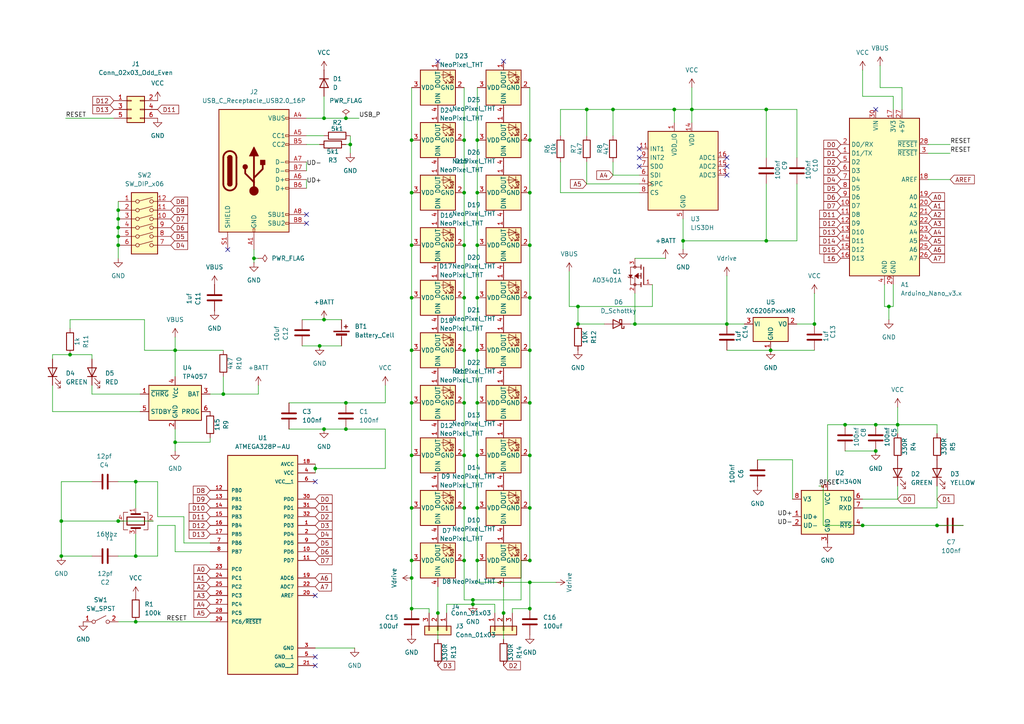
<source format=kicad_sch>
(kicad_sch (version 20250114) (generator "eeschema") (generator_version "9.0")
  (paper "A4")
  (junction (at 222.25 31.75))
  (junction (at 20.32 102.87))
  (junction (at 127 177.8))
  (junction (at 210.82 93.98))
  (junction (at 73.66 74.93))
  (junction (at 100.33 116.84))
  (junction (at 177.8 31.75))
  (junction (at 101.6 41.91))
  (junction (at 134.62 101.6))
  (junction (at 34.29 151.13))
  (junction (at 137.16 173.99))
  (junction (at 39.37 180.34))
  (junction (at 119.38 55.88))
  (junction (at 34.29 71.12))
  (junction (at 134.62 71.12))
  (junction (at 91.44 135.89))
  (junction (at 153.67 168.91))
  (junction (at 134.62 86.36))
  (junction (at 134.62 147.32))
  (junction (at 153.67 162.56))
  (junction (at 195.58 31.75))
  (junction (at 153.67 116.84))
  (junction (at 271.78 152.4))
  (junction (at 138.43 147.32))
  (junction (at 119.38 132.08))
  (junction (at 119.38 116.84))
  (junction (at 119.38 101.6))
  (junction (at 260.35 123.19))
  (junction (at 17.78 151.13))
  (junction (at 119.38 162.56))
  (junction (at 134.62 40.64))
  (junction (at 153.67 176.53))
  (junction (at 50.8 101.6))
  (junction (at 250.19 152.4))
  (junction (at 153.67 132.08))
  (junction (at 200.66 31.75))
  (junction (at 236.22 93.98))
  (junction (at 93.98 34.29))
  (junction (at 153.67 71.12))
  (junction (at 138.43 101.6))
  (junction (at 153.67 40.64))
  (junction (at 39.37 161.29))
  (junction (at 254 130.81))
  (junction (at 254 123.19))
  (junction (at 138.43 71.12))
  (junction (at 134.62 132.08))
  (junction (at 34.29 63.5))
  (junction (at 153.67 147.32))
  (junction (at 119.38 71.12))
  (junction (at 134.62 116.84))
  (junction (at 138.43 40.64))
  (junction (at 167.64 93.98))
  (junction (at 146.05 177.8))
  (junction (at 119.38 167.64))
  (junction (at 138.43 132.08))
  (junction (at 64.77 114.3))
  (junction (at 100.33 34.29))
  (junction (at 39.37 139.7))
  (junction (at 138.43 162.56))
  (junction (at 170.18 31.75))
  (junction (at 198.12 69.85))
  (junction (at 50.8 128.27))
  (junction (at 138.43 116.84))
  (junction (at 184.15 93.98))
  (junction (at 34.29 66.04))
  (junction (at 223.52 101.6))
  (junction (at 119.38 40.64))
  (junction (at 17.78 161.29))
  (junction (at 153.67 55.88))
  (junction (at 153.67 101.6))
  (junction (at 245.11 123.19))
  (junction (at 137.16 175.26))
  (junction (at 138.43 55.88))
  (junction (at 153.67 86.36))
  (junction (at 93.98 92.71))
  (junction (at 92.71 100.33))
  (junction (at 100.33 124.46))
  (junction (at 34.29 68.58))
  (junction (at 34.29 60.96))
  (junction (at 138.43 86.36))
  (junction (at 134.62 162.56))
  (junction (at 167.64 88.9))
  (junction (at 119.38 147.32))
  (junction (at 119.38 176.53))
  (junction (at 119.38 86.36))
  (junction (at 134.62 55.88))
  (junction (at 222.25 69.85))
  (junction (at 257.81 88.9))
  (junction (at 93.98 124.46))
  (no_connect (at 185.42 43.18))
  (no_connect (at 210.82 48.26))
  (no_connect (at 66.04 72.39))
  (no_connect (at 88.9 62.23))
  (no_connect (at 127 17.78))
  (no_connect (at 91.44 190.5))
  (no_connect (at 185.42 48.26))
  (no_connect (at 210.82 50.8))
  (no_connect (at 254 31.75))
  (no_connect (at 91.44 139.7))
  (no_connect (at 91.44 193.04))
  (no_connect (at 88.9 64.77))
  (no_connect (at 146.05 17.78))
  (no_connect (at 91.44 172.72))
  (no_connect (at 185.42 45.72))
  (no_connect (at 210.82 45.72))
  (wire (pts (xy 17.78 161.29) (xy 26.67 161.29)))
  (wire (pts (xy 119.38 55.88) (xy 119.38 71.12)))
  (wire (pts (xy 153.67 168.91) (xy 138.43 168.91)))
  (wire (pts (xy 257.81 88.9) (xy 259.08 88.9)))
  (wire (pts (xy 167.64 88.9) (xy 165.1 88.9)))
  (wire (pts (xy 93.98 92.71) (xy 99.06 92.71)))
  (wire (pts (xy 45.72 152.4) (xy 45.72 161.29)))
  (wire (pts (xy 210.82 80.01) (xy 210.82 93.98)))
  (wire (pts (xy 91.44 135.89) (xy 91.44 137.16)))
  (wire (pts (xy 256.54 82.55) (xy 256.54 88.9)))
  (wire (pts (xy 73.66 72.39) (xy 73.66 74.93)))
  (wire (pts (xy 26.67 104.14) (xy 26.67 102.87)))
  (wire (pts (xy 146.05 177.8) (xy 146.05 185.42)))
  (wire (pts (xy 219.71 133.35) (xy 229.87 133.35)))
  (wire (pts (xy 195.58 35.56) (xy 195.58 31.75)))
  (wire (pts (xy 34.29 63.5) (xy 34.29 66.04)))
  (wire (pts (xy 119.38 25.4) (xy 119.38 40.64)))
  (wire (pts (xy 200.66 31.75) (xy 200.66 35.56)))
  (wire (pts (xy 93.98 124.46) (xy 100.33 124.46)))
  (wire (pts (xy 255.27 25.4) (xy 261.62 25.4)))
  (wire (pts (xy 39.37 161.29) (xy 34.29 161.29)))
  (wire (pts (xy 170.18 31.75) (xy 170.18 39.37)))
  (wire (pts (xy 271.78 123.19) (xy 271.78 125.73)))
  (wire (pts (xy 20.32 102.87) (xy 15.24 102.87)))
  (wire (pts (xy 138.43 132.08) (xy 138.43 147.32)))
  (wire (pts (xy 138.43 25.4) (xy 138.43 40.64)))
  (wire (pts (xy 229.87 144.78) (xy 229.87 133.35)))
  (wire (pts (xy 271.78 140.97) (xy 271.78 147.32)))
  (wire (pts (xy 153.67 71.12) (xy 153.67 86.36)))
  (wire (pts (xy 87.63 92.71) (xy 93.98 92.71)))
  (wire (pts (xy 134.62 101.6) (xy 134.62 116.84)))
  (wire (pts (xy 93.98 34.29) (xy 100.33 34.29)))
  (wire (pts (xy 119.38 167.64) (xy 119.38 176.53)))
  (wire (pts (xy 119.38 116.84) (xy 119.38 132.08)))
  (wire (pts (xy 238.76 140.97) (xy 237.49 140.97)))
  (wire (pts (xy 15.24 119.38) (xy 40.64 119.38)))
  (wire (pts (xy 223.52 101.6) (xy 236.22 101.6)))
  (wire (pts (xy 15.24 102.87) (xy 15.24 104.14)))
  (wire (pts (xy 269.24 52.07) (xy 275.59 52.07)))
  (wire (pts (xy 50.8 128.27) (xy 50.8 130.81)))
  (wire (pts (xy 138.43 40.64) (xy 138.43 55.88)))
  (wire (pts (xy 91.44 134.62) (xy 91.44 135.89)))
  (wire (pts (xy 153.67 168.91) (xy 153.67 176.53)))
  (wire (pts (xy 34.29 180.34) (xy 39.37 180.34)))
  (wire (pts (xy 153.67 132.08) (xy 153.67 147.32)))
  (wire (pts (xy 124.46 177.8) (xy 124.46 176.53)))
  (wire (pts (xy 87.63 100.33) (xy 92.71 100.33)))
  (wire (pts (xy 45.72 152.4) (xy 50.8 152.4)))
  (wire (pts (xy 177.8 31.75) (xy 170.18 31.75)))
  (wire (pts (xy 151.13 162.56) (xy 151.13 173.99)))
  (wire (pts (xy 119.38 101.6) (xy 119.38 116.84)))
  (wire (pts (xy 134.62 147.32) (xy 134.62 162.56)))
  (wire (pts (xy 50.8 97.79) (xy 50.8 101.6)))
  (wire (pts (xy 34.29 139.7) (xy 39.37 139.7)))
  (wire (pts (xy 45.72 149.86) (xy 53.34 149.86)))
  (wire (pts (xy 34.29 71.12) (xy 34.29 74.93)))
  (wire (pts (xy 153.67 40.64) (xy 153.67 55.88)))
  (wire (pts (xy 34.29 60.96) (xy 34.29 63.5)))
  (wire (pts (xy 170.18 46.99) (xy 170.18 53.34)))
  (wire (pts (xy 73.66 74.93) (xy 73.66 76.2)))
  (wire (pts (xy 195.58 31.75) (xy 177.8 31.75)))
  (wire (pts (xy 162.56 55.88) (xy 185.42 55.88)))
  (wire (pts (xy 222.25 53.34) (xy 222.25 69.85)))
  (wire (pts (xy 162.56 46.99) (xy 162.56 55.88)))
  (wire (pts (xy 34.29 151.13) (xy 17.78 151.13)))
  (wire (pts (xy 44.45 151.13) (xy 34.29 151.13)))
  (wire (pts (xy 153.67 86.36) (xy 153.67 101.6)))
  (wire (pts (xy 127 177.8) (xy 127 185.42)))
  (wire (pts (xy 60.96 128.27) (xy 50.8 128.27)))
  (wire (pts (xy 153.67 55.88) (xy 153.67 71.12)))
  (wire (pts (xy 259.08 88.9) (xy 259.08 82.55)))
  (wire (pts (xy 39.37 139.7) (xy 45.72 139.7)))
  (wire (pts (xy 245.11 130.81) (xy 254 130.81)))
  (wire (pts (xy 19.05 34.29) (xy 33.02 34.29)))
  (wire (pts (xy 26.67 139.7) (xy 17.78 139.7)))
  (wire (pts (xy 53.34 149.86) (xy 53.34 157.48)))
  (wire (pts (xy 92.71 100.33) (xy 99.06 100.33)))
  (wire (pts (xy 129.54 177.8) (xy 129.54 175.26)))
  (wire (pts (xy 119.38 167.64) (xy 119.38 162.56)))
  (wire (pts (xy 50.8 101.6) (xy 64.77 101.6)))
  (wire (pts (xy 250.19 147.32) (xy 271.78 147.32)))
  (wire (pts (xy 34.29 68.58) (xy 34.29 71.12)))
  (wire (pts (xy 20.32 92.71) (xy 41.91 92.71)))
  (wire (pts (xy 167.64 93.98) (xy 167.64 88.9)))
  (wire (pts (xy 231.14 93.98) (xy 236.22 93.98)))
  (wire (pts (xy 222.25 31.75) (xy 231.14 31.75)))
  (wire (pts (xy 88.9 34.29) (xy 93.98 34.29)))
  (wire (pts (xy 119.38 132.08) (xy 119.38 147.32)))
  (wire (pts (xy 64.77 109.22) (xy 64.77 114.3)))
  (wire (pts (xy 101.6 39.37) (xy 101.6 41.91)))
  (wire (pts (xy 134.62 55.88) (xy 134.62 71.12)))
  (wire (pts (xy 153.67 116.84) (xy 153.67 132.08)))
  (wire (pts (xy 261.62 31.75) (xy 261.62 25.4)))
  (wire (pts (xy 134.62 162.56) (xy 134.62 173.99)))
  (wire (pts (xy 64.77 114.3) (xy 74.93 114.3)))
  (wire (pts (xy 83.82 116.84) (xy 100.33 116.84)))
  (wire (pts (xy 182.88 93.98) (xy 184.15 93.98)))
  (wire (pts (xy 148.59 176.53) (xy 153.67 176.53)))
  (wire (pts (xy 45.72 139.7) (xy 45.72 149.86)))
  (wire (pts (xy 41.91 92.71) (xy 41.91 101.6)))
  (wire (pts (xy 146.05 170.18) (xy 146.05 177.8)))
  (wire (pts (xy 269.24 44.45) (xy 275.59 44.45)))
  (wire (pts (xy 119.38 86.36) (xy 119.38 101.6)))
  (wire (pts (xy 83.82 124.46) (xy 93.98 124.46)))
  (wire (pts (xy 236.22 85.09) (xy 236.22 93.98)))
  (wire (pts (xy 148.59 177.8) (xy 148.59 176.53)))
  (wire (pts (xy 177.8 50.8) (xy 177.8 46.99)))
  (wire (pts (xy 134.62 116.84) (xy 134.62 132.08)))
  (wire (pts (xy 153.67 147.32) (xy 153.67 162.56)))
  (wire (pts (xy 39.37 180.34) (xy 60.96 180.34)))
  (wire (pts (xy 269.24 41.91) (xy 275.59 41.91)))
  (wire (pts (xy 200.66 31.75) (xy 222.25 31.75)))
  (wire (pts (xy 34.29 66.04) (xy 34.29 68.58)))
  (wire (pts (xy 91.44 187.96) (xy 102.87 187.96)))
  (wire (pts (xy 153.67 101.6) (xy 153.67 116.84)))
  (wire (pts (xy 50.8 124.46) (xy 50.8 128.27)))
  (wire (pts (xy 198.12 69.85) (xy 198.12 72.39)))
  (wire (pts (xy 167.64 88.9) (xy 189.23 88.9)))
  (wire (pts (xy 177.8 31.75) (xy 177.8 39.37)))
  (wire (pts (xy 74.93 111.76) (xy 74.93 114.3)))
  (wire (pts (xy 184.15 85.09) (xy 184.15 93.98)))
  (wire (pts (xy 34.29 58.42) (xy 34.29 60.96)))
  (wire (pts (xy 119.38 176.53) (xy 124.46 176.53)))
  (wire (pts (xy 240.03 139.7) (xy 240.03 123.19)))
  (wire (pts (xy 260.35 118.11) (xy 260.35 123.19)))
  (wire (pts (xy 134.62 71.12) (xy 134.62 86.36)))
  (wire (pts (xy 26.67 102.87) (xy 20.32 102.87)))
  (wire (pts (xy 60.96 114.3) (xy 64.77 114.3)))
  (wire (pts (xy 88.9 52.07) (xy 88.9 54.61)))
  (wire (pts (xy 119.38 147.32) (xy 119.38 162.56)))
  (wire (pts (xy 198.12 69.85) (xy 222.25 69.85)))
  (wire (pts (xy 175.26 93.98) (xy 167.64 93.98)))
  (wire (pts (xy 184.15 74.93) (xy 193.04 74.93)))
  (wire (pts (xy 129.54 175.26) (xy 137.16 175.26)))
  (wire (pts (xy 162.56 31.75) (xy 162.56 39.37)))
  (wire (pts (xy 255.27 19.05) (xy 255.27 25.4)))
  (wire (pts (xy 73.66 74.93) (xy 74.93 74.93)))
  (wire (pts (xy 91.44 135.89) (xy 111.76 135.89)))
  (wire (pts (xy 184.15 93.98) (xy 210.82 93.98)))
  (wire (pts (xy 100.33 116.84) (xy 111.76 116.84)))
  (wire (pts (xy 41.91 101.6) (xy 50.8 101.6)))
  (wire (pts (xy 138.43 71.12) (xy 138.43 86.36)))
  (wire (pts (xy 161.29 168.91) (xy 153.67 168.91)))
  (wire (pts (xy 39.37 147.32) (xy 39.37 139.7)))
  (wire (pts (xy 138.43 147.32) (xy 138.43 162.56)))
  (wire (pts (xy 45.72 161.29) (xy 39.37 161.29)))
  (wire (pts (xy 119.38 71.12) (xy 119.38 86.36)))
  (wire (pts (xy 138.43 116.84) (xy 138.43 132.08)))
  (wire (pts (xy 260.35 123.19) (xy 254 123.19)))
  (wire (pts (xy 153.67 25.4) (xy 153.67 40.64)))
  (wire (pts (xy 100.33 41.91) (xy 101.6 41.91)))
  (wire (pts (xy 165.1 78.74) (xy 165.1 88.9)))
  (wire (pts (xy 138.43 168.91) (xy 138.43 162.56)))
  (wire (pts (xy 245.11 123.19) (xy 254 123.19)))
  (wire (pts (xy 170.18 31.75) (xy 162.56 31.75)))
  (wire (pts (xy 138.43 86.36) (xy 138.43 101.6)))
  (wire (pts (xy 111.76 135.89) (xy 111.76 124.46)))
  (wire (pts (xy 198.12 63.5) (xy 198.12 69.85)))
  (wire (pts (xy 39.37 161.29) (xy 39.37 154.94)))
  (wire (pts (xy 100.33 124.46) (xy 111.76 124.46)))
  (wire (pts (xy 93.98 27.94) (xy 93.98 34.29)))
  (wire (pts (xy 210.82 93.98) (xy 215.9 93.98)))
  (wire (pts (xy 50.8 152.4) (xy 50.8 160.02)))
  (wire (pts (xy 259.08 31.75) (xy 259.08 27.94)))
  (wire (pts (xy 210.82 101.6) (xy 223.52 101.6)))
  (wire (pts (xy 17.78 151.13) (xy 17.78 161.29)))
  (wire (pts (xy 200.66 25.4) (xy 200.66 31.75)))
  (wire (pts (xy 231.14 69.85) (xy 222.25 69.85)))
  (wire (pts (xy 20.32 95.25) (xy 20.32 92.71)))
  (wire (pts (xy 256.54 88.9) (xy 257.81 88.9)))
  (wire (pts (xy 127 170.18) (xy 127 177.8)))
  (wire (pts (xy 134.62 173.99) (xy 137.16 173.99)))
  (wire (pts (xy 151.13 173.99) (xy 137.16 173.99)))
  (wire (pts (xy 88.9 41.91) (xy 92.71 41.91)))
  (wire (pts (xy 88.9 46.99) (xy 88.9 49.53)))
  (wire (pts (xy 260.35 144.78) (xy 250.19 144.78)))
  (wire (pts (xy 257.81 88.9) (xy 257.81 92.71)))
  (wire (pts (xy 222.25 31.75) (xy 222.25 45.72)))
  (wire (pts (xy 15.24 111.76) (xy 15.24 119.38)))
  (wire (pts (xy 170.18 53.34) (xy 185.42 53.34)))
  (wire (pts (xy 138.43 101.6) (xy 138.43 116.84)))
  (wire (pts (xy 153.67 162.56) (xy 151.13 162.56)))
  (wire (pts (xy 231.14 53.34) (xy 231.14 69.85)))
  (wire (pts (xy 134.62 25.4) (xy 134.62 40.64)))
  (wire (pts (xy 240.03 123.19) (xy 245.11 123.19)))
  (wire (pts (xy 53.34 157.48) (xy 60.96 157.48)))
  (wire (pts (xy 260.35 140.97) (xy 260.35 144.78)))
  (wire (pts (xy 26.67 114.3) (xy 40.64 114.3)))
  (wire (pts (xy 137.16 175.26) (xy 143.51 175.26)))
  (wire (pts (xy 231.14 31.75) (xy 231.14 45.72)))
  (wire (pts (xy 88.9 39.37) (xy 93.98 39.37)))
  (wire (pts (xy 134.62 86.36) (xy 134.62 101.6)))
  (wire (pts (xy 111.76 111.76) (xy 111.76 116.84)))
  (wire (pts (xy 238.76 152.4) (xy 238.76 140.97)))
  (wire (pts (xy 185.42 50.8) (xy 177.8 50.8)))
  (wire (pts (xy 143.51 175.26) (xy 143.51 177.8)))
  (wire (pts (xy 100.33 34.29) (xy 104.14 34.29)))
  (wire (pts (xy 119.38 40.64) (xy 119.38 55.88)))
  (wire (pts (xy 250.19 152.4) (xy 238.76 152.4)))
  (wire (pts (xy 17.78 139.7) (xy 17.78 151.13)))
  (wire (pts (xy 250.19 20.32) (xy 250.19 27.94)))
  (wire (pts (xy 189.23 88.9) (xy 189.23 82.55)))
  (wire (pts (xy 134.62 40.64) (xy 134.62 55.88)))
  (wire (pts (xy 137.16 173.99) (xy 137.16 175.26)))
  (wire (pts (xy 101.6 41.91) (xy 101.6 44.45)))
  (wire (pts (xy 50.8 101.6) (xy 50.8 109.22)))
  (wire (pts (xy 259.08 27.94) (xy 250.19 27.94)))
  (wire (pts (xy 250.19 152.4) (xy 271.78 152.4)))
  (wire (pts (xy 279.4 152.4) (xy 271.78 152.4)))
  (wire (pts (xy 260.35 125.73) (xy 260.35 123.19)))
  (wire (pts (xy 138.43 55.88) (xy 138.43 71.12)))
  (wire (pts (xy 60.96 127) (xy 60.96 128.27)))
  (wire (pts (xy 50.8 160.02) (xy 60.96 160.02)))
  (wire (pts (xy 134.62 132.08) (xy 134.62 147.32)))
  (wire (pts (xy 260.35 123.19) (xy 271.78 123.19)))
  (wire (pts (xy 195.58 31.75) (xy 200.66 31.75)))
  (wire (pts (xy 26.67 111.76) (xy 26.67 114.3)))
  (label "UD+" (at 229.87 149.86 180))
  (label "USB_P" (at 104.14 34.29 0))
  (label "RESET" (at 237.49 140.97 0))
  (label "RESET" (at 48.26 180.34 0))
  (label "UD-" (at 88.9 48.26 0))
  (label "RESET" (at 275.59 41.91 0))
  (label "RESET" (at 19.05 34.29 0))
  (label "UD-" (at 229.87 152.4 180))
  (label "RESET" (at 275.59 44.45 0))
  (label "UD+" (at 88.9 53.34 0))
  (global_label "D9" (shape input) (at 49.53 60.96 0) (property "Intersheetrefs" "${INTERSHEET_REFS}" (effects (hide yes))))
  (global_label "D7" (shape input) (at 243.84 59.69 180) (property "Intersheetrefs" "${INTERSHEET_REFS}" (effects (hide yes))))
  (global_label "D4" (shape input) (at 49.53 71.12 0) (property "Intersheetrefs" "${INTERSHEET_REFS}" (effects (hide yes))))
  (global_label "D5" (shape input) (at 91.44 157.48 0) (property "Intersheetrefs" "${INTERSHEET_REFS}" (effects (hide yes))))
  (global_label "D8" (shape input) (at 49.53 58.42 0) (property "Intersheetrefs" "${INTERSHEET_REFS}" (effects (hide yes))))
  (global_label "D12" (shape input) (at 33.02 29.21 180) (property "Intersheetrefs" "${INTERSHEET_REFS}" (effects (hide yes))))
  (global_label "A3" (shape input) (at 269.24 64.77 0) (property "Intersheetrefs" "${INTERSHEET_REFS}" (effects (hide yes))))
  (global_label "A5" (shape input) (at 60.96 177.8 180) (property "Intersheetrefs" "${INTERSHEET_REFS}" (effects (hide yes))))
  (global_label "A7" (shape input) (at 269.24 74.93 0) (property "Intersheetrefs" "${INTERSHEET_REFS}" (effects (hide yes))))
  (global_label "A1" (shape input) (at 269.24 59.69 0) (property "Intersheetrefs" "${INTERSHEET_REFS}" (effects (hide yes))))
  (global_label "D6" (shape input) (at 91.44 160.02 0) (property "Intersheetrefs" "${INTERSHEET_REFS}" (effects (hide yes))))
  (global_label "D6" (shape input) (at 243.84 57.15 180) (property "Intersheetrefs" "${INTERSHEET_REFS}" (effects (hide yes))))
  (global_label "D3" (shape input) (at 243.84 49.53 180) (property "Intersheetrefs" "${INTERSHEET_REFS}" (effects (hide yes))))
  (global_label "D8" (shape input) (at 60.96 142.24 180) (property "Intersheetrefs" "${INTERSHEET_REFS}" (effects (hide yes))))
  (global_label "D13" (shape input) (at 33.02 31.75 180) (property "Intersheetrefs" "${INTERSHEET_REFS}" (effects (hide yes))))
  (global_label "D11" (shape input) (at 45.72 31.75 0) (property "Intersheetrefs" "${INTERSHEET_REFS}" (effects (hide yes))))
  (global_label "A2" (shape input) (at 269.24 62.23 0) (property "Intersheetrefs" "${INTERSHEET_REFS}" (effects (hide yes))))
  (global_label "D4" (shape input) (at 243.84 52.07 180) (property "Intersheetrefs" "${INTERSHEET_REFS}" (effects (hide yes))))
  (global_label "D1" (shape input) (at 243.84 44.45 180) (property "Intersheetrefs" "${INTERSHEET_REFS}" (effects (hide yes))))
  (global_label "D3" (shape input) (at 91.44 152.4 0) (property "Intersheetrefs" "${INTERSHEET_REFS}" (effects (hide yes))))
  (global_label "D2" (shape input) (at 91.44 149.86 0) (property "Intersheetrefs" "${INTERSHEET_REFS}" (effects (hide yes))))
  (global_label "D1" (shape input) (at 91.44 147.32 0) (property "Intersheetrefs" "${INTERSHEET_REFS}" (effects (hide yes))))
  (global_label "A5" (shape input) (at 170.18 53.34 180) (property "Intersheetrefs" "${INTERSHEET_REFS}" (effects (hide yes))))
  (global_label "A0" (shape input) (at 269.24 57.15 0) (property "Intersheetrefs" "${INTERSHEET_REFS}" (effects (hide yes))))
  (global_label "D4" (shape input) (at 91.44 154.94 0) (property "Intersheetrefs" "${INTERSHEET_REFS}" (effects (hide yes))))
  (global_label "D5" (shape input) (at 49.53 68.58 0) (property "Intersheetrefs" "${INTERSHEET_REFS}" (effects (hide yes))))
  (global_label "D0" (shape input) (at 243.84 41.91 180) (property "Intersheetrefs" "${INTERSHEET_REFS}" (effects (hide yes))))
  (global_label "D2" (shape input) (at 146.05 193.04 0) (property "Intersheetrefs" "${INTERSHEET_REFS}" (effects (hide yes))))
  (global_label "D9" (shape input) (at 60.96 144.78 180) (property "Intersheetrefs" "${INTERSHEET_REFS}" (effects (hide yes))))
  (global_label "A2" (shape input) (at 60.96 170.18 180) (property "Intersheetrefs" "${INTERSHEET_REFS}" (effects (hide yes))))
  (global_label "D11" (shape input) (at 60.96 149.86 180) (property "Intersheetrefs" "${INTERSHEET_REFS}" (effects (hide yes))))
  (global_label "A4" (shape input) (at 269.24 67.31 0) (property "Intersheetrefs" "${INTERSHEET_REFS}" (effects (hide yes))))
  (global_label "A4" (shape input) (at 177.8 50.8 180) (property "Intersheetrefs" "${INTERSHEET_REFS}" (effects (hide yes))))
  (global_label "D5" (shape input) (at 243.84 54.61 180) (property "Intersheetrefs" "${INTERSHEET_REFS}" (effects (hide yes))))
  (global_label "D15" (shape input) (at 243.84 72.39 180) (property "Intersheetrefs" "${INTERSHEET_REFS}" (effects (hide yes))))
  (global_label "16" (shape input) (at 243.84 74.93 180) (property "Intersheetrefs" "${INTERSHEET_REFS}" (effects (hide yes))))
  (global_label "D11" (shape input) (at 243.84 62.23 180) (property "Intersheetrefs" "${INTERSHEET_REFS}" (effects (hide yes))))
  (global_label "A6" (shape input) (at 269.24 72.39 0) (property "Intersheetrefs" "${INTERSHEET_REFS}" (effects (hide yes))))
  (global_label "D6" (shape input) (at 49.53 66.04 0) (property "Intersheetrefs" "${INTERSHEET_REFS}" (effects (hide yes))))
  (global_label "A0" (shape input) (at 60.96 165.1 180) (property "Intersheetrefs" "${INTERSHEET_REFS}" (effects (hide yes))))
  (global_label "D7" (shape input) (at 49.53 63.5 0) (property "Intersheetrefs" "${INTERSHEET_REFS}" (effects (hide yes))))
  (global_label "D12" (shape input) (at 243.84 64.77 180) (property "Intersheetrefs" "${INTERSHEET_REFS}" (effects (hide yes))))
  (global_label "D7" (shape input) (at 91.44 162.56 0) (property "Intersheetrefs" "${INTERSHEET_REFS}" (effects (hide yes))))
  (global_label "D2" (shape input) (at 243.84 46.99 180) (property "Intersheetrefs" "${INTERSHEET_REFS}" (effects (hide yes))))
  (global_label "A7" (shape input) (at 91.44 170.18 0) (property "Intersheetrefs" "${INTERSHEET_REFS}" (effects (hide yes))))
  (global_label "D10" (shape input) (at 60.96 147.32 180) (property "Intersheetrefs" "${INTERSHEET_REFS}" (effects (hide yes))))
  (global_label "D12" (shape input) (at 60.96 152.4 180) (property "Intersheetrefs" "${INTERSHEET_REFS}" (effects (hide yes))))
  (global_label "D14" (shape input) (at 243.84 69.85 180) (property "Intersheetrefs" "${INTERSHEET_REFS}" (effects (hide yes))))
  (global_label "A4" (shape input) (at 60.96 175.26 180) (property "Intersheetrefs" "${INTERSHEET_REFS}" (effects (hide yes))))
  (global_label "D13" (shape input) (at 60.96 154.94 180) (property "Intersheetrefs" "${INTERSHEET_REFS}" (effects (hide yes))))
  (global_label "A5" (shape input) (at 269.24 69.85 0) (property "Intersheetrefs" "${INTERSHEET_REFS}" (effects (hide yes))))
  (global_label "A1" (shape input) (at 60.96 167.64 180) (property "Intersheetrefs" "${INTERSHEET_REFS}" (effects (hide yes))))
  (global_label "D0" (shape input) (at 260.35 144.78 0) (property "Intersheetrefs" "${INTERSHEET_REFS}" (effects (hide yes))))
  (global_label "A6" (shape input) (at 91.44 167.64 0) (property "Intersheetrefs" "${INTERSHEET_REFS}" (effects (hide yes))))
  (global_label "A3" (shape input) (at 60.96 172.72 180) (property "Intersheetrefs" "${INTERSHEET_REFS}" (effects (hide yes))))
  (global_label "D0" (shape input) (at 91.44 144.78 0) (property "Intersheetrefs" "${INTERSHEET_REFS}" (effects (hide yes))))
  (global_label "AREF" (shape input) (at 275.59 52.07 0) (property "Intersheetrefs" "${INTERSHEET_REFS}" (effects (hide yes))))
  (global_label "D1" (shape input) (at 271.78 144.78 0) (property "Intersheetrefs" "${INTERSHEET_REFS}" (effects (hide yes))))
  (global_label "D13" (shape input) (at 243.84 67.31 180) (property "Intersheetrefs" "${INTERSHEET_REFS}" (effects (hide yes))))
  (global_label "D3" (shape input) (at 127 193.04 0) (property "Intersheetrefs" "${INTERSHEET_REFS}" (effects (hide yes))))
  (symbol (lib_id "Device:C") (at 30.48 161.29 270) (unit 1)
    (property "Reference" "C2" (at 30.48 168.91 90))
    (property "Value" "12pf" (at 30.48 166.37 90))
    (property "Footprint" "Capacitor_SMD:C_0201_0603Metric_Pad0.64x0.40mm_HandSolder" (effects (hide yes)))
    (property "Description" "Unpolarized capacitor" (effects (hide yes)))
  )
  (symbol (lib_id "LED:NeoPixel_THT") (at 146.05 147.32 90) (unit 1)
    (property "Reference" "D10" (at 137.414 150.876 90))
    (property "Value" "NeoPixel_THT" (at 137.414 153.416 90))
    (property "Footprint" "LED_THT:LED_D5.0mm-4_RGB" (effects (hide yes)))
    (property "Datasheet" "https://www.adafruit.com/product/1938" (effects (hide yes)))
    (property "Description" "RGB LED with integrated controller, 5mm/8mm LED package" (effects (hide yes)))
  )
  (symbol (lib_id "power:GND") (at 254 130.81 0) (unit 1)
    (property "Reference" "#PWR014" (effects (hide yes)))
    (property "Value" "GND" (at 254 135.89 0))
    (property "Description" "Power symbol creates a global label with name \"GND\" , ground" (effects (hide yes)))
  )
  (symbol (lib_id "Device:Battery_Cell") (at 99.06 97.79 0) (unit 1)
    (property "Reference" "BT1" (at 102.87 94.6784 0) (effects (justify left)))
    (property "Value" "Battery_Cell" (at 102.87 97.2184 0) (effects (justify left)))
    (property "Description" "Single-cell battery" (effects (hide yes)))
  )
  (symbol (lib_id "Device:R") (at 170.18 43.18 180) (unit 1)
    (property "Reference" "R7" (at 166.37 43.18 90))
    (property "Value" "4k7" (at 168.148 43.18 90))
    (property "Footprint" "Resistor_SMD:R_0201_0603Metric_Pad0.64x0.40mm_HandSolder" (effects (hide yes)))
    (property "Description" "Resistor" (effects (hide yes)))
  )
  (symbol (lib_id "LED:NeoPixel_THT") (at 127 71.12 90) (unit 1)
    (property "Reference" "D16" (at 129.54 62.484 90))
    (property "Value" "NeoPixel_THT" (at 133.858 64.77 90))
    (property "Footprint" "LED_THT:LED_D5.0mm-4_RGB" (effects (hide yes)))
    (property "Datasheet" "https://www.adafruit.com/product/1938" (effects (hide yes)))
    (property "Description" "RGB LED with integrated controller, 5mm/8mm LED package" (effects (hide yes)))
  )
  (symbol (lib_id "Device:C") (at 236.22 97.79 0) (unit 1)
    (property "Reference" "C13" (at 241.554 96.266 90))
    (property "Value" "1uf" (at 239.522 97.536 90))
    (property "Footprint" "Capacitor_SMD:C_0201_0603Metric_Pad0.64x0.40mm_HandSolder" (effects (hide yes)))
    (property "Description" "Unpolarized capacitor" (effects (hide yes)))
  )
  (symbol (lib_id "Device:R") (at 177.8 43.18 180) (unit 1)
    (property "Reference" "R8" (at 173.99 43.18 90))
    (property "Value" "4k7" (at 175.768 43.18 90))
    (property "Footprint" "Resistor_SMD:R_0201_0603Metric_Pad0.64x0.40mm_HandSolder" (effects (hide yes)))
    (property "Description" "Resistor" (effects (hide yes)))
  )
  (symbol (lib_id "power:PWR_FLAG") (at 74.93 74.93 270) (unit 1)
    (property "Reference" "#FLG01" (effects (hide yes)))
    (property "Value" "PWR_FLAG" (at 78.74 74.9299 90) (effects (justify left)))
    (property "Description" "Special symbol for telling ERC where power comes from" (effects (hide yes)))
  )
  (symbol (lib_id "Device:C") (at 210.82 97.79 0) (unit 1)
    (property "Reference" "C14" (at 216.154 96.266 90))
    (property "Value" "1uf" (at 214.122 97.536 90))
    (property "Footprint" "Capacitor_SMD:C_0201_0603Metric_Pad0.64x0.40mm_HandSolder" (effects (hide yes)))
    (property "Description" "Unpolarized capacitor" (effects (hide yes)))
  )
  (symbol (lib_id "MCU_Module:Arduino_Nano_v3.x") (at 256.54 57.15 0) (unit 1)
    (property "Reference" "A1" (at 261.2233 82.55 0) (effects (justify left)))
    (property "Value" "Arduino_Nano_v3.x" (at 261.2233 85.09 0) (effects (justify left)))
    (property "Footprint" "Module:Arduino_Nano" (effects (hide yes)))
    (property "Datasheet" "http://www.mouser.com/pdfdocs/Gravitech_Arduino_Nano3_0.pdf" (effects (hide yes)))
    (property "Description" "Arduino Nano v3.x" (effects (hide yes)))
  )
  (symbol (lib_id "Device:C") (at 231.14 49.53 0) (unit 1)
    (property "Reference" "C10" (at 236.474 48.006 90))
    (property "Value" "100nf" (at 234.442 49.276 90))
    (property "Footprint" "Capacitor_SMD:C_0201_0603Metric_Pad0.64x0.40mm_HandSolder" (effects (hide yes)))
    (property "Description" "Unpolarized capacitor" (effects (hide yes)))
  )
  (symbol (lib_id "power:GND") (at 62.23 90.17 0) (unit 1)
    (property "Reference" "#PWR024" (effects (hide yes)))
    (property "Value" "GND" (at 62.23 95.25 0))
    (property "Description" "Power symbol creates a global label with name \"GND\" , ground" (effects (hide yes)))
  )
  (symbol (lib_id "Device:LED") (at 260.35 137.16 90) (unit 1)
    (property "Reference" "D2" (at 264.16 137.4774 90) (effects (justify right)))
    (property "Value" "GREEN" (at 264.16 140.0174 90) (effects (justify right)))
    (property "Footprint" "LED_SMD:LED_0201_0603Metric_Pad0.64x0.40mm_HandSolder" (effects (hide yes)))
    (property "Description" "Light emitting diode" (effects (hide yes)))
    (property "Sim.Pins" "1=K 2=A" (effects (hide yes)))
  )
  (symbol (lib_id "LED:NeoPixel_THT") (at 146.05 40.64 90) (unit 1)
    (property "Reference" "D26" (at 137.414 44.196 90))
    (property "Value" "NeoPixel_THT" (at 137.414 46.736 90))
    (property "Footprint" "LED_THT:LED_D5.0mm-4_RGB" (effects (hide yes)))
    (property "Datasheet" "https://www.adafruit.com/product/1938" (effects (hide yes)))
    (property "Description" "RGB LED with integrated controller, 5mm/8mm LED package" (effects (hide yes)))
  )
  (symbol (lib_id "power:Vdrive") (at 119.38 167.64 90) (unit 1)
    (property "Reference" "#PWR036" (effects (hide yes)))
    (property "Value" "Vdrive" (at 114.3 167.64 0))
    (property "Description" "Power symbol creates a global label with name \"Vdrive\"" (effects (hide yes)))
  )
  (symbol (lib_id "LED:NeoPixel_THT") (at 146.05 25.4 90) (unit 1)
    (property "Reference" "D25" (at 137.414 28.956 90))
    (property "Value" "NeoPixel_THT" (at 137.414 31.496 90))
    (property "Footprint" "LED_THT:LED_D5.0mm-4_RGB" (effects (hide yes)))
    (property "Datasheet" "https://www.adafruit.com/product/1938" (effects (hide yes)))
    (property "Description" "RGB LED with integrated controller, 5mm/8mm LED package" (effects (hide yes)))
  )
  (symbol (lib_id "LED:NeoPixel_THT") (at 146.05 55.88 90) (unit 1)
    (property "Reference" "D19" (at 137.414 59.436 90))
    (property "Value" "NeoPixel_THT" (at 137.414 61.976 90))
    (property "Footprint" "LED_THT:LED_D5.0mm-4_RGB" (effects (hide yes)))
    (property "Datasheet" "https://www.adafruit.com/product/1938" (effects (hide yes)))
    (property "Description" "RGB LED with integrated controller, 5mm/8mm LED package" (effects (hide yes)))
  )
  (symbol (lib_id "power:+BATT") (at 74.93 111.76 0) (unit 1)
    (property "Reference" "#PWR023" (effects (hide yes)))
    (property "Value" "+BATT" (at 74.93 106.68 0))
    (property "Description" "Power symbol creates a global label with name \"+BATT\"" (effects (hide yes)))
  )
  (symbol (lib_id "power:GND") (at 24.13 180.34 0) (unit 1)
    (property "Reference" "#PWR034" (effects (hide yes)))
    (property "Value" "GND" (at 24.13 185.42 0))
    (property "Description" "Power symbol creates a global label with name \"GND\" , ground" (effects (hide yes)))
  )
  (symbol (lib_id "Device:R") (at 97.79 39.37 90) (unit 1)
    (property "Reference" "R2" (at 97.79 35.56 90))
    (property "Value" "5k1" (at 97.79 37.338 90))
    (property "Footprint" "Resistor_SMD:R_0201_0603Metric_Pad0.64x0.40mm_HandSolder" (effects (hide yes)))
    (property "Description" "Resistor" (effects (hide yes)))
  )
  (symbol (lib_id "Connector_Generic:Conn_02x03_Odd_Even") (at 38.1 31.75 0) (unit 1)
    (property "Reference" "J1" (at 39.37 18.542 0))
    (property "Value" "Conn_02x03_Odd_Even" (at 39.37 21.082 0))
    (property "Footprint" "Connector_IDC:IDC-Header_2x03_P2.54mm_Horizontal" (effects (hide yes)))
    (property "Description" "Generic connector, double row, 02x03, odd/even pin numbering scheme (row 1 odd numbers, row 2 even numbers), script generated (kicad-library-utils/schlib/autogen/connector/)" (effects (hide yes)))
  )
  (symbol (lib_id "Sensor_Motion:LIS3DH") (at 198.12 48.26 0) (unit 1)
    (property "Reference" "U3" (at 200.2633 63.5 0) (effects (justify left)))
    (property "Value" "LIS3DH" (at 200.2633 66.04 0) (effects (justify left)))
    (property "Footprint" "Package_LGA:LGA-16_3x3mm_P0.5mm_LayoutBorder3x5y" (effects (hide yes)))
    (property "Datasheet" "https://www.st.com/resource/en/datasheet/cd00274221.pdf" (effects (hide yes)))
    (property "Description" "3-Axis Accelerometer, 2/4/8/16g range, I2C/SPI interface, LGA-16" (effects (hide yes)))
  )
  (symbol (lib_id "power:GND") (at 119.38 184.15 0) (unit 1)
    (property "Reference" "#PWR041" (effects (hide yes)))
    (property "Value" "GND" (at 119.38 189.23 0))
    (property "Description" "Power symbol creates a global label with name \"GND\" , ground" (effects (hide yes)))
  )
  (symbol (lib_id "power:GND") (at 101.6 44.45 0) (unit 1)
    (property "Reference" "#PWR012" (effects (hide yes)))
    (property "Value" "GND" (at 101.6 49.53 0))
    (property "Description" "Power symbol creates a global label with name \"GND\" , ground" (effects (hide yes)))
  )
  (symbol (lib_id "Device:LED") (at 26.67 107.95 90) (unit 1)
    (property "Reference" "D5" (at 30.48 108.2674 90) (effects (justify right)))
    (property "Value" "RED" (at 30.48 110.8074 90) (effects (justify right)))
    (property "Footprint" "LED_SMD:LED_0201_0603Metric_Pad0.64x0.40mm_HandSolder" (effects (hide yes)))
    (property "Description" "Light emitting diode" (effects (hide yes)))
    (property "Sim.Pins" "1=K 2=A" (effects (hide yes)))
  )
  (symbol (lib_id "LED:NeoPixel_THT") (at 146.05 162.56 90) (unit 1)
    (property "Reference" "D8" (at 129.54 168.656 90))
    (property "Value" "NeoPixel_THT" (at 137.414 168.656 90))
    (property "Footprint" "LED_THT:LED_D5.0mm-4_RGB" (effects (hide yes)))
    (property "Datasheet" "https://www.adafruit.com/product/1938" (effects (hide yes)))
    (property "Description" "RGB LED with integrated controller, 5mm/8mm LED package" (effects (hide yes)))
  )
  (symbol (lib_id "Connector_Generic:Conn_01x03") (at 127 182.88 270) (unit 1)
    (property "Reference" "J3" (at 132.08 181.6099 90) (effects (justify left)))
    (property "Value" "Conn_01x03" (at 132.08 184.1499 90) (effects (justify left)))
    (property "Footprint" "Connector_JST:JST_PH_S3B-PH-K_1x03_P2.00mm_Horizontal" (effects (hide yes)))
    (property "Description" "Generic connector, single row, 01x03, script generated (kicad-library-utils/schlib/autogen/connector/)" (effects (hide yes)))
  )
  (symbol (lib_id "power:VBUS") (at 62.23 82.55 0) (unit 1)
    (property "Reference" "#PWR025" (effects (hide yes)))
    (property "Value" "VBUS" (at 62.23 77.47 0))
    (property "Description" "Power symbol creates a global label with name \"VBUS\"" (effects (hide yes)))
  )
  (symbol (lib_id "Device:R") (at 60.96 123.19 0) (unit 1)
    (property "Reference" "R9" (at 65.532 123.19 90))
    (property "Value" "1k5" (at 62.992 123.19 90))
    (property "Footprint" "Resistor_SMD:R_0201_0603Metric_Pad0.64x0.40mm_HandSolder" (effects (hide yes)))
    (property "Description" "Resistor" (effects (hide yes)))
  )
  (symbol (lib_id "power:VCC") (at 45.72 29.21 0) (unit 1)
    (property "Reference" "#PWR09" (effects (hide yes)))
    (property "Value" "VCC" (at 45.72 24.13 0))
    (property "Description" "Power symbol creates a global label with name \"VCC\"" (effects (hide yes)))
  )
  (symbol (lib_id "Regulator_Linear:XC6206PxxxMR") (at 223.52 93.98 0) (unit 1)
    (property "Reference" "U5" (at 223.52 87.63 0))
    (property "Value" "XC6206PxxxMR" (at 223.52 90.17 0))
    (property "Footprint" "Package_TO_SOT_SMD:SOT-23-3" (effects (hide yes)))
    (property "Datasheet" "https://www.torexsemi.com/file/xc6206/XC6206.pdf" (effects (hide yes)))
    (property "Description" "Positive 60-250mA Low Dropout Regulator, Fixed Output, SOT-23" (effects (hide yes)))
  )
  (symbol (lib_id "power:GND") (at 153.67 184.15 0) (unit 1)
    (property "Reference" "#PWR040" (effects (hide yes)))
    (property "Value" "GND" (at 153.67 189.23 0))
    (property "Description" "Power symbol creates a global label with name \"GND\" , ground" (effects (hide yes)))
  )
  (symbol (lib_id "power:VCC") (at 200.66 25.4 0) (unit 1)
    (property "Reference" "#PWR019" (effects (hide yes)))
    (property "Value" "VCC" (at 200.66 20.32 0))
    (property "Description" "Power symbol creates a global label with name \"VCC\"" (effects (hide yes)))
  )
  (symbol (lib_id "power:GND") (at 257.81 92.71 0) (unit 1)
    (property "Reference" "#PWR07" (effects (hide yes)))
    (property "Value" "GND" (at 257.81 97.79 0))
    (property "Description" "Power symbol creates a global label with name \"GND\" , ground" (effects (hide yes)))
  )
  (symbol (lib_id "LED:NeoPixel_THT") (at 127 40.64 90) (unit 1)
    (property "Reference" "D24" (at 129.54 32.004 90))
    (property "Value" "NeoPixel_THT" (at 133.858 34.29 90))
    (property "Footprint" "LED_THT:LED_D5.0mm-4_RGB" (effects (hide yes)))
    (property "Datasheet" "https://www.adafruit.com/product/1938" (effects (hide yes)))
    (property "Description" "RGB LED with integrated controller, 5mm/8mm LED package" (effects (hide yes)))
  )
  (symbol (lib_id "Device:C") (at 222.25 49.53 0) (unit 1)
    (property "Reference" "C9" (at 227.584 48.006 90))
    (property "Value" "100nf" (at 225.552 49.276 90))
    (property "Footprint" "Capacitor_SMD:C_0201_0603Metric_Pad0.64x0.40mm_HandSolder" (effects (hide yes)))
    (property "Description" "Unpolarized capacitor" (effects (hide yes)))
  )
  (symbol (lib_id "power:VCC") (at 93.98 20.32 0) (unit 1)
    (property "Reference" "#PWR011" (effects (hide yes)))
    (property "Value" "VCC" (at 93.98 15.24 0))
    (property "Description" "Power symbol creates a global label with name \"VCC\"" (effects (hide yes)))
  )
  (symbol (lib_id "Device:R") (at 20.32 99.06 0) (unit 1)
    (property "Reference" "R11" (at 24.892 99.06 90))
    (property "Value" "1k" (at 22.352 99.06 90))
    (property "Footprint" "Resistor_SMD:R_0201_0603Metric_Pad0.64x0.40mm_HandSolder" (effects (hide yes)))
    (property "Description" "Resistor" (effects (hide yes)))
  )
  (symbol (lib_id "Device:LED") (at 271.78 137.16 90) (unit 1)
    (property "Reference" "D3" (at 275.59 137.4774 90) (effects (justify right)))
    (property "Value" "YELLOW" (at 275.59 140.0174 90) (effects (justify right)))
    (property "Footprint" "LED_SMD:LED_0201_0603Metric_Pad0.64x0.40mm_HandSolder" (effects (hide yes)))
    (property "Description" "Light emitting diode" (effects (hide yes)))
    (property "Sim.Pins" "1=K 2=A" (effects (hide yes)))
  )
  (symbol (lib_id "LED:NeoPixel_THT") (at 127 132.08 90) (unit 1)
    (property "Reference" "D12" (at 129.54 123.444 90))
    (property "Value" "NeoPixel_THT" (at 133.858 125.73 90))
    (property "Footprint" "LED_THT:LED_D5.0mm-4_RGB" (effects (hide yes)))
    (property "Datasheet" "https://www.adafruit.com/product/1938" (effects (hide yes)))
    (property "Description" "RGB LED with integrated controller, 5mm/8mm LED package" (effects (hide yes)))
  )
  (symbol (lib_id "Device:C") (at 62.23 86.36 0) (unit 1)
    (property "Reference" "C11" (at 57.404 86.614 90))
    (property "Value" "1uf" (at 54.864 86.614 90))
    (property "Footprint" "Capacitor_SMD:C_0201_0603Metric_Pad0.64x0.40mm_HandSolder" (effects (hide yes)))
    (property "Description" "Unpolarized capacitor" (effects (hide yes)))
  )
  (symbol (lib_id "Device:R") (at 39.37 176.53 0) (unit 1)
    (property "Reference" "R1" (at 41.91 175.2599 0) (effects (justify left)))
    (property "Value" "100k" (at 41.91 177.7999 0) (effects (justify left)))
    (property "Footprint" "Resistor_SMD:R_0201_0603Metric_Pad0.64x0.40mm_HandSolder" (effects (hide yes)))
    (property "Description" "Resistor" (effects (hide yes)))
  )
  (symbol (lib_id "power:VCC") (at 39.37 172.72 0) (unit 1)
    (property "Reference" "#PWR05" (effects (hide yes)))
    (property "Value" "VCC" (at 39.37 167.64 0))
    (property "Description" "Power symbol creates a global label with name \"VCC\"" (effects (hide yes)))
  )
  (symbol (lib_id "power:Vdrive") (at 210.82 80.01 0) (unit 1)
    (property "Reference" "#PWR030" (effects (hide yes)))
    (property "Value" "Vdrive" (at 210.82 74.93 0))
    (property "Description" "Power symbol creates a global label with name \"Vdrive\"" (effects (hide yes)))
  )
  (symbol (lib_id "Device:C") (at 219.71 137.16 0) (unit 1)
    (property "Reference" "C6" (at 214.884 137.414 90))
    (property "Value" "100nf" (at 212.344 137.414 90))
    (property "Footprint" "Capacitor_SMD:C_0201_0603Metric_Pad0.64x0.40mm_HandSolder" (effects (hide yes)))
    (property "Description" "Unpolarized capacitor" (effects (hide yes)))
  )
  (symbol (lib_id "ATMEGA328P-AU:ATMEGA328P-AU") (at 76.2 160.02 0) (unit 1)
    (property "Reference" "U1" (at 76.2 127 0))
    (property "Value" "ATMEGA328P-AU" (at 76.2 129.54 0))
    (property "Footprint" "ATMEGA328P_AU:QFP80P900X900X120-32N" (effects (hide yes)))
    (property "PARTREV" "8271A" (effects (hide yes)))
    (property "STANDARD" "IPC-7351B" (effects (hide yes)))
    (property "MAXIMUM_PACKAGE_HEIGHT" "1.20mm" (effects (hide yes)))
    (property "MANUFACTURER" "Microchip" (effects (hide yes)))
  )
  (symbol (lib_id "power:GND") (at 34.29 74.93 0) (unit 1)
    (property "Reference" "#PWR020" (effects (hide yes)))
    (property "Value" "GND" (at 34.29 80.01 0))
    (property "Description" "Power symbol creates a global label with name \"GND\" , ground" (effects (hide yes)))
  )
  (symbol (lib_id "Device:Crystal_GND24") (at 39.37 151.13 270) (unit 1)
    (property "Reference" "Y1" (at 31.75 156.0832 90))
    (property "Value" "16Mhz" (at 30.988 154.94 90))
    (property "Footprint" "Crystal:Crystal_SMD_0603-4Pin_6.0x3.5mm_HandSoldering" (effects (hide yes)))
    (property "Description" "Four pin crystal, GND on pins 2 and 4" (effects (hide yes)))
  )
  (symbol (lib_id "Device:R") (at 127 189.23 0) (unit 1)
    (property "Reference" "R13" (at 131.572 189.23 90))
    (property "Value" "330R" (at 129.032 189.23 90))
    (property "Footprint" "Resistor_SMD:R_0201_0603Metric_Pad0.64x0.40mm_HandSolder" (effects (hide yes)))
    (property "Description" "Resistor" (effects (hide yes)))
  )
  (symbol (lib_id "Switch:SW_DIP_x06") (at 41.91 66.04 0) (unit 1)
    (property "Reference" "SW2" (at 41.91 50.8 0))
    (property "Value" "SW_DIP_x06" (at 41.91 53.34 0))
    (property "Description" "6x DIP Switch, Single Pole Single Throw (SPST) switch, small symbol" (effects (hide yes)))
  )
  (symbol (lib_id "Device:C") (at 30.48 139.7 270) (unit 1)
    (property "Reference" "C4" (at 30.226 134.874 90))
    (property "Value" "12pf" (at 30.226 132.334 90))
    (property "Footprint" "Capacitor_SMD:C_0201_0603Metric_Pad0.64x0.40mm_HandSolder" (effects (hide yes)))
    (property "Description" "Unpolarized capacitor" (effects (hide yes)))
  )
  (symbol (lib_id "Device:C") (at 245.11 127 0) (unit 1)
    (property "Reference" "C8" (at 250.444 125.476 90))
    (property "Value" "100nf" (at 248.412 126.746 90))
    (property "Footprint" "Capacitor_SMD:C_0201_0603Metric_Pad0.64x0.40mm_HandSolder" (effects (hide yes)))
    (property "Description" "Unpolarized capacitor" (effects (hide yes)))
  )
  (symbol (lib_id "Battery_Management:TP4057") (at 50.8 116.84 0) (unit 1)
    (property "Reference" "U4" (at 52.9433 106.68 0) (effects (justify left)))
    (property "Value" "TP4057" (at 52.9433 109.22 0) (effects (justify left)))
    (property "Footprint" "Package_TO_SOT_SMD:TSOT-23-6" (effects (hide yes)))
    (property "Datasheet" "http://toppwr.com/uploadfile/file/20230304/640302a47b738.pdf" (effects (hide yes)))
    (property "Description" "Constant-current/constant-voltage linear charger for single cell lithium-ion batteries with 2.9V Trickle Charge, 4.5V to 6.5V VDD, -40 to +85 degree Celsius, TSOT-23-6" (effects (hide yes)))
  )
  (symbol (lib_id "power:GND") (at 73.66 76.2 0) (unit 1)
    (property "Reference" "#PWR010" (effects (hide yes)))
    (property "Value" "GND" (at 73.66 81.28 0))
    (property "Description" "Power symbol creates a global label with name \"GND\" , ground" (effects (hide yes)))
  )
  (symbol (lib_id "Device:R") (at 167.64 97.79 0) (unit 1)
    (property "Reference" "R12" (at 172.212 97.79 90))
    (property "Value" "10K" (at 169.672 97.79 90))
    (property "Footprint" "Resistor_SMD:R_0201_0603Metric_Pad0.64x0.40mm_HandSolder" (effects (hide yes)))
    (property "Description" "Resistor" (effects (hide yes)))
  )
  (symbol (lib_id "Device:C") (at 119.38 180.34 0) (mirror y) (unit 1)
    (property "Reference" "C15" (at 115.57 179.0699 0) (effects (justify left)))
    (property "Value" "100uf" (at 115.57 181.6099 0) (effects (justify left)))
    (property "Footprint" "Capacitor_SMD:C_0201_0603Metric_Pad0.64x0.40mm_HandSolder" (effects (hide yes)))
    (property "Description" "Unpolarized capacitor" (effects (hide yes)))
  )
  (symbol (lib_id "LED:NeoPixel_THT") (at 127 55.88 90) (unit 1)
    (property "Reference" "D15" (at 133.858 46.736 90))
    (property "Value" "NeoPixel_THT" (at 133.858 49.276 90))
    (property "Footprint" "LED_THT:LED_D5.0mm-4_RGB" (effects (hide yes)))
    (property "Datasheet" "https://www.adafruit.com/product/1938" (effects (hide yes)))
    (property "Description" "RGB LED with integrated controller, 5mm/8mm LED package" (effects (hide yes)))
  )
  (symbol (lib_id "power:Vdrive") (at 161.29 168.91 270) (unit 1)
    (property "Reference" "#PWR037" (effects (hide yes)))
    (property "Value" "Vdrive" (at 165.1 168.91 0))
    (property "Description" "Power symbol creates a global label with name \"Vdrive\"" (effects (hide yes)))
  )
  (symbol (lib_id "power:VBUS") (at 165.1 78.74 0) (unit 1)
    (property "Reference" "#PWR031" (effects (hide yes)))
    (property "Value" "VBUS" (at 165.1 73.66 0))
    (property "Description" "Power symbol creates a global label with name \"VBUS\"" (effects (hide yes)))
  )
  (symbol (lib_id "LED:NeoPixel_THT") (at 127 101.6 90) (unit 1)
    (property "Reference" "D18" (at 129.54 92.964 90))
    (property "Value" "NeoPixel_THT" (at 133.858 95.25 90))
    (property "Footprint" "LED_THT:LED_D5.0mm-4_RGB" (effects (hide yes)))
    (property "Datasheet" "https://www.adafruit.com/product/1938" (effects (hide yes)))
    (property "Description" "RGB LED with integrated controller, 5mm/8mm LED package" (effects (hide yes)))
  )
  (symbol (lib_id "power:GND") (at 102.87 187.96 0) (unit 1)
    (property "Reference" "#PWR03" (effects (hide yes)))
    (property "Value" "GND" (at 102.87 193.04 0))
    (property "Description" "Power symbol creates a global label with name \"GND\" , ground" (effects (hide yes)))
  )
  (symbol (lib_id "power:VCC") (at 111.76 111.76 0) (unit 1)
    (property "Reference" "#PWR01" (effects (hide yes)))
    (property "Value" "VCC" (at 111.76 106.68 0))
    (property "Description" "Power symbol creates a global label with name \"VCC\"" (effects (hide yes)))
  )
  (symbol (lib_id "LED:NeoPixel_THT") (at 146.05 132.08 90) (unit 1)
    (property "Reference" "D14" (at 137.414 135.636 90))
    (property "Value" "NeoPixel_THT" (at 137.414 138.176 90))
    (property "Footprint" "LED_THT:LED_D5.0mm-4_RGB" (effects (hide yes)))
    (property "Datasheet" "https://www.adafruit.com/product/1938" (effects (hide yes)))
    (property "Description" "RGB LED with integrated controller, 5mm/8mm LED package" (effects (hide yes)))
  )
  (symbol (lib_id "Device:R") (at 96.52 41.91 270) (unit 1)
    (property "Reference" "R3" (at 96.52 46.482 90))
    (property "Value" "5k1" (at 96.52 43.942 90))
    (property "Footprint" "Resistor_SMD:R_0201_0603Metric_Pad0.64x0.40mm_HandSolder" (effects (hide yes)))
    (property "Description" "Resistor" (effects (hide yes)))
  )
  (symbol (lib_id "Device:C") (at 100.33 120.65 0) (unit 1)
    (property "Reference" "C1" (at 104.14 119.3799 0) (effects (justify left)))
    (property "Value" "100nf" (at 104.14 121.9199 0) (effects (justify left)))
    (property "Footprint" "Capacitor_SMD:C_0201_0603Metric_Pad0.64x0.40mm_HandSolder" (effects (hide yes)))
    (property "Description" "Unpolarized capacitor" (effects (hide yes)))
  )
  (symbol (lib_id "Device:LED") (at 15.24 107.95 90) (unit 1)
    (property "Reference" "D4" (at 19.05 108.2674 90) (effects (justify right)))
    (property "Value" "GREEN" (at 19.05 110.8074 90) (effects (justify right)))
    (property "Footprint" "LED_SMD:LED_0201_0603Metric_Pad0.64x0.40mm_HandSolder" (effects (hide yes)))
    (property "Description" "Light emitting diode" (effects (hide yes)))
    (property "Sim.Pins" "1=K 2=A" (effects (hide yes)))
  )
  (symbol (lib_id "power:VBUS") (at 255.27 19.05 0) (unit 1)
    (property "Reference" "#PWR016" (effects (hide yes)))
    (property "Value" "VBUS" (at 255.27 13.97 0))
    (property "Description" "Power symbol creates a global label with name \"VBUS\"" (effects (hide yes)))
  )
  (symbol (lib_id "Device:D") (at 93.98 24.13 270) (unit 1)
    (property "Reference" "D1" (at 96.52 22.8599 90) (effects (justify left)))
    (property "Value" "D" (at 96.52 25.3999 90) (effects (justify left)))
    (property "Footprint" "Diode_SMD:D_0201_0603Metric_Pad0.64x0.40mm_HandSolder" (effects (hide yes)))
    (property "Description" "Diode" (effects (hide yes)))
    (property "Sim.Device" "D" (effects (hide yes)))
    (property "Sim.Pins" "1=K 2=A" (effects (hide yes)))
  )
  (symbol (lib_id "Device:R") (at 162.56 43.18 180) (unit 1)
    (property "Reference" "R6" (at 158.75 43.18 90))
    (property "Value" "10k" (at 160.528 43.18 90))
    (property "Footprint" "Resistor_SMD:R_0201_0603Metric_Pad0.64x0.40mm_HandSolder" (effects (hide yes)))
    (property "Description" "Resistor" (effects (hide yes)))
  )
  (symbol (lib_id "LED:NeoPixel_THT") (at 127 25.4 90) (unit 1)
    (property "Reference" "D23" (at 133.858 16.256 90))
    (property "Value" "NeoPixel_THT" (at 133.858 18.796 90))
    (property "Footprint" "LED_THT:LED_D5.0mm-4_RGB" (effects (hide yes)))
    (property "Datasheet" "https://www.adafruit.com/product/1938" (effects (hide yes)))
    (property "Description" "RGB LED with integrated controller, 5mm/8mm LED package" (effects (hide yes)))
  )
  (symbol (lib_id "power:GND") (at 219.71 140.97 0) (unit 1)
    (property "Reference" "#PWR015" (effects (hide yes)))
    (property "Value" "GND" (at 219.71 146.05 0))
    (property "Description" "Power symbol creates a global label with name \"GND\" , ground" (effects (hide yes)))
  )
  (symbol (lib_id "power:GND") (at 45.72 34.29 0) (unit 1)
    (property "Reference" "#PWR08" (effects (hide yes)))
    (property "Value" "GND" (at 45.72 39.37 0))
    (property "Description" "Power symbol creates a global label with name \"GND\" , ground" (effects (hide yes)))
  )
  (symbol (lib_id "power:+BATT") (at 193.04 74.93 0) (unit 1)
    (property "Reference" "#PWR033" (effects (hide yes)))
    (property "Value" "+BATT" (at 193.04 69.85 0))
    (property "Description" "Power symbol creates a global label with name \"+BATT\"" (effects (hide yes)))
  )
  (symbol (lib_id "LED:NeoPixel_THT") (at 127 86.36 90) (unit 1)
    (property "Reference" "D17" (at 129.286 77.216 90))
    (property "Value" "NeoPixel_THT" (at 133.858 79.756 90))
    (property "Footprint" "LED_THT:LED_D5.0mm-4_RGB" (effects (hide yes)))
    (property "Datasheet" "https://www.adafruit.com/product/1938" (effects (hide yes)))
    (property "Description" "RGB LED with integrated controller, 5mm/8mm LED package" (effects (hide yes)))
  )
  (symbol (lib_id "Switch:SW_SPST") (at 29.21 180.34 0) (unit 1)
    (property "Reference" "SW1" (at 29.21 173.99 0))
    (property "Value" "SW_SPST" (at 29.21 176.53 0))
    (property "Description" "Single Pole Single Throw (SPST) switch" (effects (hide yes)))
  )
  (symbol (lib_id "Device:R") (at 271.78 129.54 0) (unit 1)
    (property "Reference" "R5" (at 276.352 129.54 90))
    (property "Value" "330R" (at 273.812 129.54 90))
    (property "Footprint" "Resistor_SMD:R_0201_0603Metric_Pad0.64x0.40mm_HandSolder" (effects (hide yes)))
    (property "Description" "Resistor" (effects (hide yes)))
  )
  (symbol (lib_id "LED:NeoPixel_THT") (at 127 147.32 90) (unit 1)
    (property "Reference" "D9" (at 129.286 138.176 90))
    (property "Value" "NeoPixel_THT" (at 133.858 140.716 90))
    (property "Footprint" "LED_THT:LED_D5.0mm-4_RGB" (effects (hide yes)))
    (property "Datasheet" "https://www.adafruit.com/product/1938" (effects (hide yes)))
    (property "Description" "RGB LED with integrated controller, 5mm/8mm LED package" (effects (hide yes)))
  )
  (symbol (lib_id "power:GND") (at 92.71 100.33 0) (unit 1)
    (property "Reference" "#PWR027" (effects (hide yes)))
    (property "Value" "GND" (at 92.71 105.41 0))
    (property "Description" "Power symbol creates a global label with name \"GND\" , ground" (effects (hide yes)))
  )
  (symbol (lib_id "Device:R") (at 146.05 189.23 0) (unit 1)
    (property "Reference" "R14" (at 150.622 189.23 90))
    (property "Value" "330R" (at 148.082 189.23 90))
    (property "Footprint" "Resistor_SMD:R_0201_0603Metric_Pad0.64x0.40mm_HandSolder" (effects (hide yes)))
    (property "Description" "Resistor" (effects (hide yes)))
  )
  (symbol (lib_id "LED:NeoPixel_THT") (at 127 116.84 90) (unit 1)
    (property "Reference" "D11" (at 133.858 107.696 90))
    (property "Value" "NeoPixel_THT" (at 133.858 110.236 90))
    (property "Footprint" "LED_THT:LED_D5.0mm-4_RGB" (effects (hide yes)))
    (property "Datasheet" "https://www.adafruit.com/product/1938" (effects (hide yes)))
    (property "Description" "RGB LED with integrated controller, 5mm/8mm LED package" (effects (hide yes)))
  )
  (symbol (lib_id "power:GND") (at 198.12 72.39 0) (unit 1)
    (property "Reference" "#PWR018" (effects (hide yes)))
    (property "Value" "GND" (at 198.12 77.47 0))
    (property "Description" "Power symbol creates a global label with name \"GND\" , ground" (effects (hide yes)))
  )
  (symbol (lib_id "Device:C") (at 87.63 96.52 0) (unit 1)
    (property "Reference" "C12" (at 82.804 96.774 90))
    (property "Value" "10uf" (at 80.264 96.774 90))
    (property "Footprint" "Capacitor_SMD:C_0201_0603Metric_Pad0.64x0.40mm_HandSolder" (effects (hide yes)))
    (property "Description" "Unpolarized capacitor" (effects (hide yes)))
  )
  (symbol (lib_id "LED:NeoPixel_THT") (at 127 162.56 90) (unit 1)
    (property "Reference" "D7" (at 129.54 153.924 90))
    (property "Value" "NeoPixel_THT" (at 133.858 156.21 90))
    (property "Footprint" "LED_THT:LED_D5.0mm-4_RGB" (effects (hide yes)))
    (property "Datasheet" "https://www.adafruit.com/product/1938" (effects (hide yes)))
    (property "Description" "RGB LED with integrated controller, 5mm/8mm LED package" (effects (hide yes)))
  )
  (symbol (lib_id "power:VBUS") (at 50.8 97.79 0) (unit 1)
    (property "Reference" "#PWR022" (effects (hide yes)))
    (property "Value" "VBUS" (at 50.8 92.71 0))
    (property "Description" "Power symbol creates a global label with name \"VBUS\"" (effects (hide yes)))
  )
  (symbol (lib_id "power:VCC") (at 260.35 118.11 0) (unit 1)
    (property "Reference" "#PWR017" (effects (hide yes)))
    (property "Value" "VCC" (at 260.35 113.03 0))
    (property "Description" "Power symbol creates a global label with name \"VCC\"" (effects (hide yes)))
  )
  (symbol (lib_id "power:GND") (at 167.64 101.6 0) (unit 1)
    (property "Reference" "#PWR032" (effects (hide yes)))
    (property "Value" "GND" (at 167.64 106.68 0))
    (property "Description" "Power symbol creates a global label with name \"GND\" , ground" (effects (hide yes)))
  )
  (symbol (lib_id "Interface_USB:CH340N") (at 240.03 147.32 0) (unit 1)
    (property "Reference" "U2" (at 242.1733 137.16 0) (effects (justify left)))
    (property "Value" "CH340N" (at 242.1733 139.7 0) (effects (justify left)))
    (property "Footprint" "Package_SO:JEITA_SOIC-8_3.9x4.9mm_P1.27mm" (effects (hide yes)))
    (property "Datasheet" "https://aitendo3.sakura.ne.jp/aitendo_data/product_img/ic/inteface/CH340N/ch340n.pdf" (effects (hide yes)))
    (property "Description" "USB serial converter, 2Mbps, UART, JEITA SOIC-8 (SOP-8)" (effects (hide yes)))
  )
  (symbol (lib_id "LED:NeoPixel_THT") (at 146.05 116.84 90) (unit 1)
    (property "Reference" "D13" (at 137.414 120.396 90))
    (property "Value" "NeoPixel_THT" (at 137.414 122.936 90))
    (property "Footprint" "LED_THT:LED_D5.0mm-4_RGB" (effects (hide yes)))
    (property "Datasheet" "https://www.adafruit.com/product/1938" (effects (hide yes)))
    (property "Description" "RGB LED with integrated controller, 5mm/8mm LED package" (effects (hide yes)))
  )
  (symbol (lib_id "Connector_Generic:Conn_01x03") (at 146.05 182.88 90) (mirror x) (unit 1)
    (property "Reference" "J4" (at 133.35 176.022 90) (effects (justify left)))
    (property "Value" "Conn_01x03" (at 142.494 177.8 90) (effects (justify left)))
    (property "Footprint" "Connector_JST:JST_PH_S3B-PH-K_1x03_P2.00mm_Horizontal" (effects (hide yes)))
    (property "Description" "Generic connector, single row, 01x03, script generated (kicad-library-utils/schlib/autogen/connector/)" (effects (hide yes)))
  )
  (symbol (lib_id "power:GND") (at 50.8 130.81 0) (unit 1)
    (property "Reference" "#PWR021" (effects (hide yes)))
    (property "Value" "GND" (at 50.8 135.89 0))
    (property "Description" "Power symbol creates a global label with name \"GND\" , ground" (effects (hide yes)))
  )
  (symbol (lib_id "AO3401A:AO3401A") (at 184.15 80.01 180) (unit 1)
    (property "Reference" "Q1" (at 180.34 78.7399 0) (effects (justify left)))
    (property "Value" "AO3401A" (at 180.34 81.2799 0) (effects (justify left)))
    (property "Footprint" "AO3401A:SOT23-3" (effects (hide yes)))
    (property "MF" "Alpha & Omega Semiconductor" (effects (hide yes)))
    (property "Description_1" "P-Channel 30 V 4A (Ta) 1.4W (Ta) Surface Mount SOT-23-3" (effects (hide yes)))
    (property "Package" "SOT-23 Alpha &amp; Omega Semiconductor" (effects (hide yes)))
    (property "Price" "None" (effects (hide yes)))
    (property "SnapEDA_Link" "https://www.snapeda.com/parts/AO3401A/Alpha/view-part/?ref=snap" (effects (hide yes)))
    (property "MP" "AO3401A" (effects (hide yes)))
    (property "Availability" "In Stock" (effects (hide yes)))
    (property "Check_prices" "https://www.snapeda.com/parts/AO3401A/Alpha/view-part/?ref=eda" (effects (hide yes)))
  )
  (symbol (lib_id "Device:D_Schottky") (at 179.07 93.98 180) (unit 1)
    (property "Reference" "D6" (at 179.3875 87.63 0))
    (property "Value" "D_Schottky" (at 179.3875 90.17 0))
    (property "Footprint" "Diode_SMD:D_0201_0603Metric_Pad0.64x0.40mm_HandSolder" (effects (hide yes)))
    (property "Description" "Schottky diode" (effects (hide yes)))
  )
  (symbol (lib_id "power:GND") (at 137.16 175.26 0) (unit 1)
    (property "Reference" "#PWR042" (effects (hide yes)))
    (property "Value" "GND" (at 137.16 180.34 0))
    (property "Description" "Power symbol creates a global label with name \"GND\" , ground" (effects (hide yes)))
  )
  (symbol (lib_id "Device:C") (at 254 127 0) (unit 1)
    (property "Reference" "C5" (at 259.334 125.476 90))
    (property "Value" "100nf" (at 257.302 126.746 90))
    (property "Footprint" "Capacitor_SMD:C_0201_0603Metric_Pad0.64x0.40mm_HandSolder" (effects (hide yes)))
    (property "Description" "Unpolarized capacitor" (effects (hide yes)))
  )
  (symbol (lib_id "power:GND") (at 93.98 124.46 0) (unit 1)
    (property "Reference" "#PWR02" (effects (hide yes)))
    (property "Value" "GND" (at 93.98 129.54 0))
    (property "Description" "Power symbol creates a global label with name \"GND\" , ground" (effects (hide yes)))
  )
  (symbol (lib_id "Device:C") (at 275.59 152.4 90) (unit 1)
    (property "Reference" "C7" (at 275.844 157.226 90))
    (property "Value" "100nf" (at 275.844 159.766 90))
    (property "Footprint" "Capacitor_SMD:C_0201_0603Metric_Pad0.64x0.40mm_HandSolder" (effects (hide yes)))
    (property "Description" "Unpolarized capacitor" (effects (hide yes)))
  )
  (symbol (lib_id "power:GND") (at 240.03 157.48 0) (unit 1)
    (property "Reference" "#PWR013" (effects (hide yes)))
    (property "Value" "GND" (at 240.03 162.56 0))
    (property "Description" "Power symbol creates a global label with name \"GND\" , ground" (effects (hide yes)))
  )
  (symbol (lib_id "power:GND") (at 223.52 101.6 0) (unit 1)
    (property "Reference" "#PWR028" (effects (hide yes)))
    (property "Value" "GND" (at 223.52 106.68 0))
    (property "Description" "Power symbol creates a global label with name \"GND\" , ground" (effects (hide yes)))
  )
  (symbol (lib_id "Device:C") (at 153.67 180.34 0) (unit 1)
    (property "Reference" "C16" (at 157.48 179.0699 0) (effects (justify left)))
    (property "Value" "100uf" (at 157.48 181.6099 0) (effects (justify left)))
    (property "Footprint" "Capacitor_SMD:C_0201_0603Metric_Pad0.64x0.40mm_HandSolder" (effects (hide yes)))
    (property "Description" "Unpolarized capacitor" (effects (hide yes)))
  )
  (symbol (lib_id "Device:R") (at 260.35 129.54 0) (unit 1)
    (property "Reference" "R4" (at 264.922 129.54 90))
    (property "Value" "330R" (at 262.382 129.54 90))
    (property "Footprint" "Resistor_SMD:R_0201_0603Metric_Pad0.64x0.40mm_HandSolder" (effects (hide yes)))
    (property "Description" "Resistor" (effects (hide yes)))
  )
  (symbol (lib_id "power:GND") (at 17.78 161.29 0) (unit 1)
    (property "Reference" "#PWR04" (effects (hide yes)))
    (property "Value" "GND" (at 17.78 166.37 0))
    (property "Description" "Power symbol creates a global label with name \"GND\" , ground" (effects (hide yes)))
  )
  (symbol (lib_id "LED:NeoPixel_THT") (at 146.05 86.36 90) (unit 1)
    (property "Reference" "D21" (at 137.414 89.916 90))
    (property "Value" "NeoPixel_THT" (at 137.414 92.456 90))
    (property "Footprint" "LED_THT:LED_D5.0mm-4_RGB" (effects (hide yes)))
    (property "Datasheet" "https://www.adafruit.com/product/1938" (effects (hide yes)))
    (property "Description" "RGB LED with integrated controller, 5mm/8mm LED package" (effects (hide yes)))
  )
  (symbol (lib_id "LED:NeoPixel_THT") (at 146.05 71.12 90) (unit 1)
    (property "Reference" "D20" (at 137.414 74.676 90))
    (property "Value" "NeoPixel_THT" (at 137.414 77.216 90))
    (property "Footprint" "LED_THT:LED_D5.0mm-4_RGB" (effects (hide yes)))
    (property "Datasheet" "https://www.adafruit.com/product/1938" (effects (hide yes)))
    (property "Description" "RGB LED with integrated controller, 5mm/8mm LED package" (effects (hide yes)))
  )
  (symbol (lib_id "power:VCC") (at 250.19 20.32 0) (unit 1)
    (property "Reference" "#PWR06" (effects (hide yes)))
    (property "Value" "VCC" (at 250.19 15.24 0))
    (property "Description" "Power symbol creates a global label with name \"VCC\"" (effects (hide yes)))
  )
  (symbol (lib_id "power:PWR_FLAG") (at 100.33 34.29 0) (unit 1)
    (property "Reference" "#FLG02" (effects (hide yes)))
    (property "Value" "PWR_FLAG" (at 100.33 29.21 0))
    (property "Description" "Special symbol for telling ERC where power comes from" (effects (hide yes)))
  )
  (symbol (lib_id "Connector:USB_C_Receptacle_USB2.0_16P") (at 73.66 49.53 0) (unit 1)
    (property "Reference" "J2" (at 73.66 26.67 0))
    (property "Value" "USB_C_Receptacle_USB2.0_16P" (at 73.66 29.21 0))
    (property "Footprint" "Connector_USB:USB_C_Receptacle_Palconn_UTC16-G" (effects (hide yes)))
    (property "Datasheet" "https://www.usb.org/sites/default/files/documents/usb_type-c.zip" (effects (hide yes)))
    (property "Description" "USB 2.0-only 16P Type-C Receptacle connector" (effects (hide yes)))
  )
  (symbol (lib_id "Device:C") (at 83.82 120.65 0) (unit 1)
    (property "Reference" "C3" (at 87.63 119.3799 0) (effects (justify left)))
    (property "Value" "100nf" (at 87.63 121.9199 0) (effects (justify left)))
    (property "Footprint" "Capacitor_SMD:C_0201_0603Metric_Pad0.64x0.40mm_HandSolder" (effects (hide yes)))
    (property "Description" "Unpolarized capacitor" (effects (hide yes)))
  )
  (symbol (lib_id "LED:NeoPixel_THT") (at 146.05 101.6 90) (unit 1)
    (property "Reference" "D22" (at 137.414 105.156 90))
    (property "Value" "NeoPixel_THT" (at 137.414 107.696 90))
    (property "Footprint" "LED_THT:LED_D5.0mm-4_RGB" (effects (hide yes)))
    (property "Datasheet" "https://www.adafruit.com/product/1938" (effects (hide yes)))
    (property "Description" "RGB LED with integrated controller, 5mm/8mm LED package" (effects (hide yes)))
  )
  (symbol (lib_id "Device:R") (at 64.77 105.41 0) (unit 1)
    (property "Reference" "R10" (at 69.342 105.41 90))
    (property "Value" "4k7" (at 66.802 105.41 90))
    (property "Footprint" "Resistor_SMD:R_0201_0603Metric_Pad0.64x0.40mm_HandSolder" (effects (hide yes)))
    (property "Description" "Resistor" (effects (hide yes)))
  )
  (symbol (lib_id "power:+BATT") (at 93.98 92.71 0) (unit 1)
    (property "Reference" "#PWR026" (effects (hide yes)))
    (property "Value" "+BATT" (at 93.98 87.63 0))
    (property "Description" "Power symbol creates a global label with name \"+BATT\"" (effects (hide yes)))
  )
  (symbol (lib_id "power:VCC") (at 236.22 85.09 0) (unit 1)
    (property "Reference" "#PWR029" (effects (hide yes)))
    (property "Value" "VCC" (at 236.22 80.01 0))
    (property "Description" "Power symbol creates a global label with name \"VCC\"" (effects (hide yes)))
  )
)
</source>
